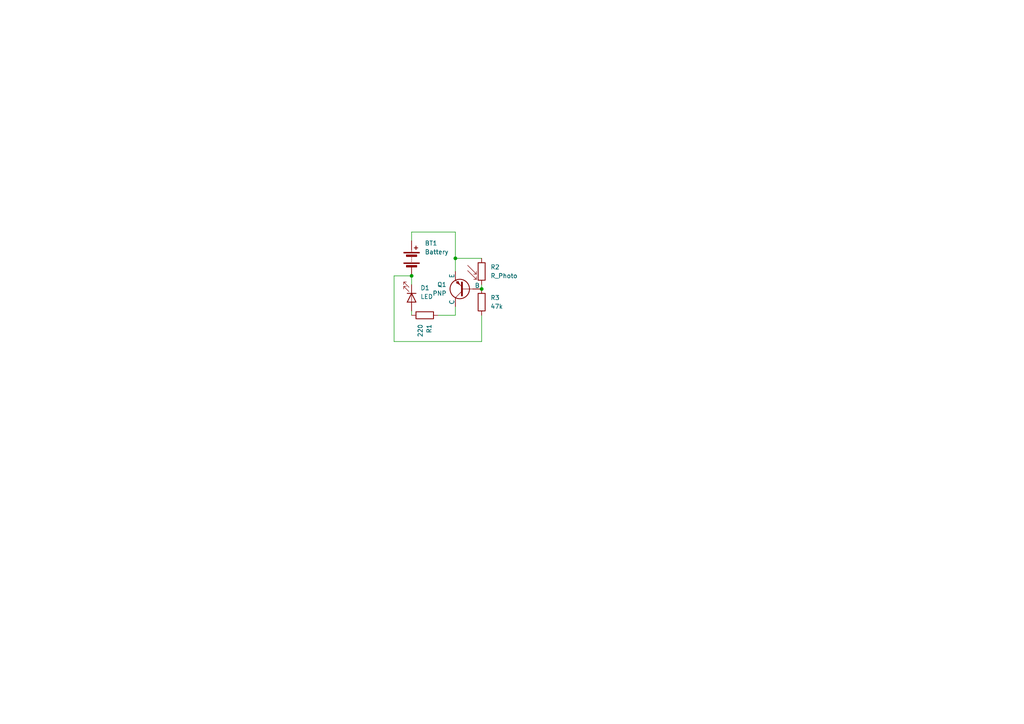
<source format=kicad_sch>
(kicad_sch (version 20250114) (generator "eeschema") (generator_version "9.0")
  (paper "A4")
  (lib_symbols
    (symbol "Device:Battery" (pin_numbers (hide yes)) (pin_names (offset 0) (hide yes))
      (property "Reference" "BT" (at 2.54 2.54 0))
      (property "Value" "Battery" (at 2.54 0 0))
      (symbol "Battery_0_1"
        (rectangle (start -2.286 1.778) (end 2.286 1.524) (fill (type outline)))
        (rectangle (start -2.286 -1.27) (end 2.286 -1.524) (fill (type outline)))
        (rectangle (start -1.524 1.016) (end 1.524 0.508) (fill (type outline)))
        (rectangle (start -1.524 -2.032) (end 1.524 -2.54) (fill (type outline)))
        (polyline (pts (xy 0 1.778) (xy 0 2.54)))
        (polyline (pts (xy 0 0) (xy 0 0.254)))
        (polyline (pts (xy 0 -0.508) (xy 0 -0.254)))
        (polyline (pts (xy 0 -1.016) (xy 0 -0.762)))
        (polyline (pts (xy 0.762 3.048) (xy 1.778 3.048)) (stroke (width 0.254)))
        (polyline (pts (xy 1.27 3.556) (xy 1.27 2.54)) (stroke (width 0.254)))
      )
      (symbol "Battery_1_1"
        (pin passive line (at 0 5.08 270) (length 2.54) (name "+") (number "1"))
        (pin passive line (at 0 -5.08 90) (length 2.54) (name "-") (number "2"))
      )
    )
    (symbol "Device:LED" (pin_numbers (hide yes)) (pin_names (offset 1.016) (hide yes))
      (property "Reference" "D" (at 0 2.54 0))
      (property "Value" "LED" (at 0 -2.54 0))
      (symbol "LED_0_1"
        (polyline (pts (xy -3.048 -0.762) (xy -4.572 -2.286) (xy -3.81 -2.286) (xy -4.572 -2.286) (xy -4.572 -1.524)))
        (polyline (pts (xy -1.778 -0.762) (xy -3.302 -2.286) (xy -2.54 -2.286) (xy -3.302 -2.286) (xy -3.302 -1.524)))
        (polyline (pts (xy -1.27 0) (xy 1.27 0)))
        (polyline (pts (xy -1.27 -1.27) (xy -1.27 1.27)) (stroke (width 0.254)))
        (polyline (pts (xy 1.27 -1.27) (xy 1.27 1.27) (xy -1.27 0) (xy 1.27 -1.27)) (stroke (width 0.254)))
      )
      (symbol "LED_1_1"
        (pin passive line (at -3.81 0 0) (length 2.54) (name "K") (number "1"))
        (pin passive line (at 3.81 0 180) (length 2.54) (name "A") (number "2"))
      )
    )
    (symbol "Device:R" (pin_numbers (hide yes)) (pin_names (offset 0))
      (property "Reference" "R" (at 2.032 0 90))
      (property "Value" "R" (at 0 0 90))
      (symbol "R_0_1"
        (rectangle (start -1.016 -2.54) (end 1.016 2.54) (stroke (width 0.254)))
      )
      (symbol "R_1_1"
        (pin passive line (at 0 3.81 270) (length 1.27) (name "~") (number "1"))
        (pin passive line (at 0 -3.81 90) (length 1.27) (name "~") (number "2"))
      )
    )
    (symbol "Device:R_Photo" (pin_numbers (hide yes)) (pin_names (offset 0))
      (property "Reference" "R" (at 1.27 1.27 0))
      (property "Value" "R_Photo" (at 1.27 0 0))
      (symbol "R_Photo_0_1"
        (polyline (pts (xy -1.524 -0.762) (xy -4.064 1.778)))
        (polyline (pts (xy -1.524 -0.762) (xy -2.286 -0.762)))
        (polyline (pts (xy -1.524 -0.762) (xy -1.524 0)))
        (polyline (pts (xy -1.524 -2.286) (xy -4.064 0.254)))
        (polyline (pts (xy -1.524 -2.286) (xy -2.286 -2.286)))
        (polyline (pts (xy -1.524 -2.286) (xy -1.524 -1.524)))
        (rectangle (start -1.016 2.54) (end 1.016 -2.54) (stroke (width 0.254)))
      )
      (symbol "R_Photo_1_1"
        (pin passive line (at 0 3.81 270) (length 1.27) (name "~") (number "1"))
        (pin passive line (at 0 -3.81 90) (length 1.27) (name "~") (number "2"))
      )
    )
    (symbol "Simulation_SPICE:PNP" (pin_numbers (hide yes)) (pin_names (offset 0))
      (property "Reference" "Q" (at -2.54 7.62 0))
      (property "Value" "PNP" (at -2.54 5.08 0))
      (symbol "PNP_0_1"
        (polyline (pts (xy -2.54 0) (xy 0.635 0)) (stroke (width 0.1524)))
        (polyline (pts (xy 0.635 1.905) (xy 0.635 -1.905) (xy 0.635 -1.905)) (stroke (width 0.508)))
        (polyline (pts (xy 0.635 0.635) (xy 2.54 2.54)))
        (polyline (pts (xy 0.635 -0.635) (xy 2.54 -2.54) (xy 2.54 -2.54)))
        (circle (center 1.27 0) (radius 2.8194) (stroke (width 0.254)))
        (polyline (pts (xy 2.286 -1.778) (xy 1.778 -2.286) (xy 1.27 -1.27) (xy 2.286 -1.778) (xy 2.286 -1.778)) (fill (type outline)))
      )
      (symbol "PNP_1_1"
        (pin input line (at -5.08 0 0) (length 2.54) (name "B") (number "2"))
        (pin open_collector line (at 2.54 5.08 270) (length 2.54) (name "C") (number "1"))
        (pin open_emitter line (at 2.54 -5.08 90) (length 2.54) (name "E") (number "3"))
      )
    )
  )
  (junction (at 139.7 83.82))
  (junction (at 132.08 74.93))
  (junction (at 119.38 80.01))
  (wire (pts (xy 139.7 82.55) (xy 139.7 83.82)))
  (wire (pts (xy 127 91.44) (xy 132.08 91.44)))
  (wire (pts (xy 114.3 80.01) (xy 119.38 80.01)))
  (wire (pts (xy 132.08 88.9) (xy 132.08 91.44)))
  (wire (pts (xy 132.08 74.93) (xy 139.7 74.93)))
  (wire (pts (xy 119.38 67.31) (xy 119.38 69.85)))
  (wire (pts (xy 139.7 91.44) (xy 139.7 99.06)))
  (wire (pts (xy 119.38 67.31) (xy 132.08 67.31)))
  (wire (pts (xy 139.7 99.06) (xy 114.3 99.06)))
  (wire (pts (xy 119.38 90.17) (xy 119.38 91.44)))
  (wire (pts (xy 132.08 74.93) (xy 132.08 78.74)))
  (wire (pts (xy 132.08 67.31) (xy 132.08 74.93)))
  (wire (pts (xy 114.3 99.06) (xy 114.3 80.01)))
  (wire (pts (xy 119.38 82.55) (xy 119.38 80.01)))
  (symbol (lib_id "Device:R") (at 123.19 91.44 270) (unit 1)
    (property "Reference" "R1" (at 124.4601 93.98 0) (effects (justify left)))
    (property "Value" "220" (at 121.9201 93.98 0) (effects (justify left)))
    (property "Footprint" "PCM_Resistor_THT_AKL:R_Axial_DIN0207_L6.3mm_D2.5mm_P2.54mm_Vertical" (effects (hide yes)))
    (property "Description" "Resistor" (effects (hide yes)))
  )
  (symbol (lib_id "Device:R") (at 139.7 87.63 180) (unit 1)
    (property "Reference" "R3" (at 142.24 86.3599 0) (effects (justify right)))
    (property "Value" "47k" (at 142.24 88.8999 0) (effects (justify right)))
    (property "Footprint" "PCM_Resistor_THT_AKL:R_Axial_DIN0207_L6.3mm_D2.5mm_P2.54mm_Vertical" (effects (hide yes)))
    (property "Description" "Resistor" (effects (hide yes)))
  )
  (symbol (lib_id "Device:LED") (at 119.38 86.36 270) (unit 1)
    (property "Reference" "D1" (at 121.92 83.5024 90) (effects (justify left)))
    (property "Value" "LED" (at 121.92 86.0424 90) (effects (justify left)))
    (property "Footprint" "LED_THT:LED_D5.0mm_Clear" (effects (hide yes)))
    (property "Description" "Light emitting diode" (effects (hide yes)))
    (property "Sim.Pins" "1=K 2=A" (effects (hide yes)))
  )
  (symbol (lib_id "Device:Battery") (at 119.38 74.93 0) (unit 1)
    (property "Reference" "BT1" (at 123.19 70.5484 0) (effects (justify left)))
    (property "Value" "Battery" (at 123.19 73.0884 0) (effects (justify left)))
    (property "Footprint" "Battery:BatteryHolder_Keystone_3034_1x20mm" (effects (hide yes)))
    (property "Description" "Multiple-cell battery" (effects (hide yes)))
  )
  (symbol (lib_id "Device:R_Photo") (at 139.7 78.74 0) (unit 1)
    (property "Reference" "R2" (at 142.24 77.4699 0) (effects (justify left)))
    (property "Value" "R_Photo" (at 142.24 80.0099 0) (effects (justify left)))
    (property "Footprint" "OptoDevice:R_LDR_5.0x4.1mm_P3mm_Vertical" (effects (hide yes)))
    (property "Description" "Photoresistor" (effects (hide yes)))
  )
  (symbol (lib_id "Simulation_SPICE:PNP") (at 134.62 83.82 180) (unit 1)
    (property "Reference" "Q1" (at 129.54 82.5499 0) (effects (justify left)))
    (property "Value" "PNP" (at 129.54 85.0899 0) (effects (justify left)))
    (property "Footprint" "Package_TO_SOT_THT:TO-92_Inline" (effects (hide yes)))
    (property "Datasheet" "https://ngspice.sourceforge.io/docs/ngspice-html-manual/manual.xhtml#cha_BJTs" (effects (hide yes)))
    (property "Description" "Bipolar transistor symbol for simulation only, substrate tied to the emitter" (effects (hide yes)))
    (property "Sim.Device" "PNP" (effects (hide yes)))
    (property "Sim.Type" "GUMMELPOON" (effects (hide yes)))
    (property "Sim.Pins" "1=C 2=B 3=E" (effects (hide yes)))
  )
)
</source>
